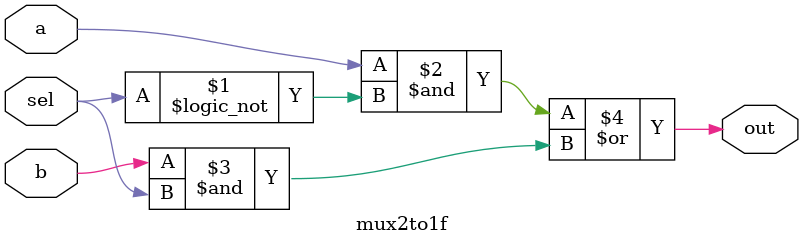
<source format=v>
/*
 * Antonio Aguilar
 * Equipo 1
 * Seccion D04
 * Multiplexor 2 a 1 funcional 
*/

module mux2to1f(input a, b, sel, output out);
	assign out = (a & !sel) | (b & sel);
endmodule

</source>
